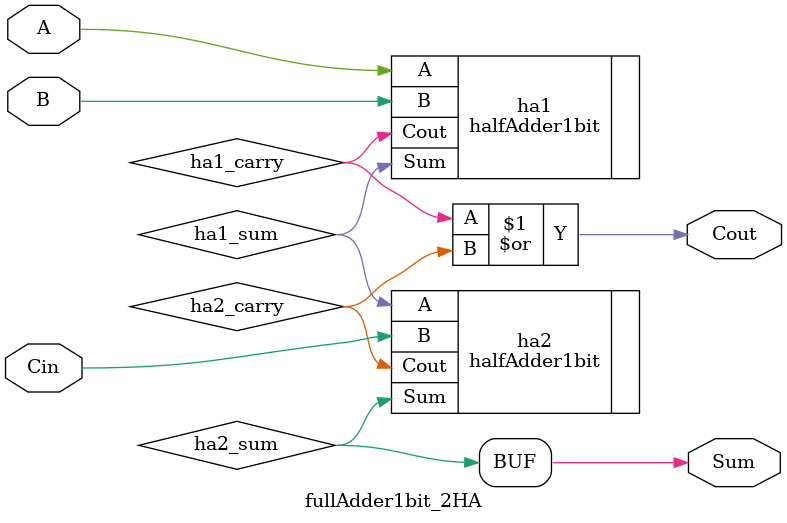
<source format=v>
module fullAdder1bit_2HA (
	input A, B, Cin,
	output Sum, Cout
	);
	
wire ha1_sum;
wire ha2_sum;
wire ha1_carry;
wire ha2_carry;
wire Data_out_Sum;
wire Data_out_Carry;

//instancia dois half adders
halfAdder1bit ha1(
	.A(A), //entradas conectadas as portas do primeiro half adder
	.B(B), //entradas conectadas as portas do primeiro half adder
	.Sum(ha1_sum), 
	.Cout(ha1_carry)
);

halfAdder1bit ha2(
	.A(ha1_sum), //resultado do primeiro half adder é conectado a uma entrada do segundo half adder
	.B(Cin),		 //Carry in conectado a segunda entrada do half adder 2
	.Sum(ha2_sum),
	.Cout(ha2_carry)
);
	
assign Sum = ha2_sum;						//sum de ha2 é o resultado final da soma
assign Cout = ha1_carry | ha2_carry; 	//os dois carry-out são conectados numa porta OR

endmodule
</source>
